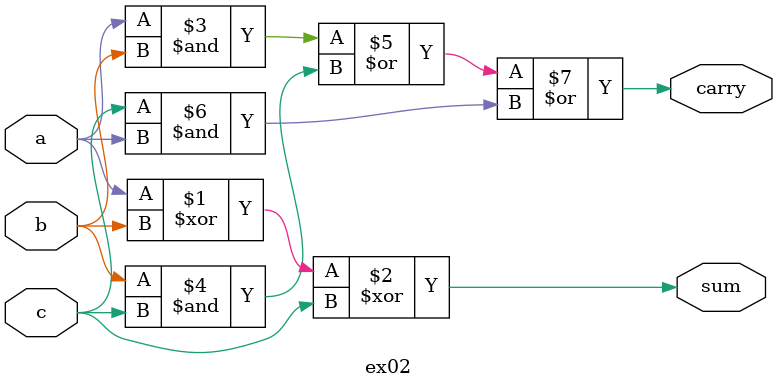
<source format=v>
module ex02(a,b,c,sum,carry);
input a,b,c;
output sum,carry;
assign sum=((a^b)^c);
assign carry=((a&b)|(b&c)|(c&a));
endmodule
</source>
